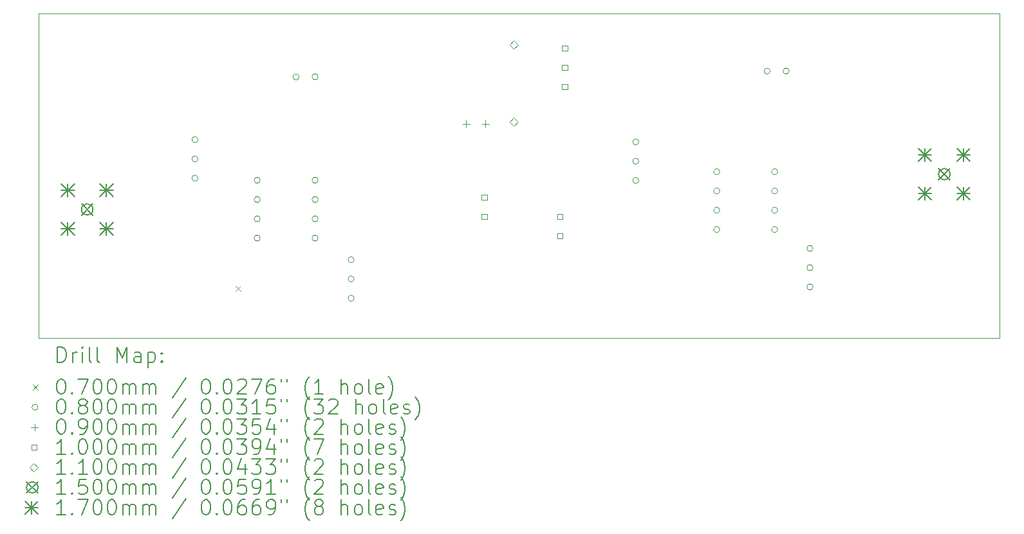
<source format=gbr>
%TF.GenerationSoftware,KiCad,Pcbnew,(6.0.7)*%
%TF.CreationDate,2023-01-05T20:45:30-05:00*%
%TF.ProjectId,Phoenix612_Stage_1_PA_Testing_v1,50686f65-6e69-4783-9631-325f53746167,rev?*%
%TF.SameCoordinates,Original*%
%TF.FileFunction,Drillmap*%
%TF.FilePolarity,Positive*%
%FSLAX45Y45*%
G04 Gerber Fmt 4.5, Leading zero omitted, Abs format (unit mm)*
G04 Created by KiCad (PCBNEW (6.0.7)) date 2023-01-05 20:45:30*
%MOMM*%
%LPD*%
G01*
G04 APERTURE LIST*
%ADD10C,0.100000*%
%ADD11C,0.200000*%
%ADD12C,0.070000*%
%ADD13C,0.080000*%
%ADD14C,0.090000*%
%ADD15C,0.110000*%
%ADD16C,0.150000*%
%ADD17C,0.170000*%
G04 APERTURE END LIST*
D10*
X1705610Y-6196330D02*
X14347190Y-6196330D01*
X14347190Y-6196330D02*
X14347190Y-1913890D01*
X14347190Y-1913890D02*
X1705610Y-1913890D01*
X1705610Y-1913890D02*
X1705610Y-6196330D01*
D11*
D12*
X4299510Y-5508550D02*
X4369510Y-5578550D01*
X4369510Y-5508550D02*
X4299510Y-5578550D01*
D13*
X3805550Y-3580130D02*
G75*
G03*
X3805550Y-3580130I-40000J0D01*
G01*
X3805550Y-3834130D02*
G75*
G03*
X3805550Y-3834130I-40000J0D01*
G01*
X3805550Y-4088130D02*
G75*
G03*
X3805550Y-4088130I-40000J0D01*
G01*
X4624430Y-4114530D02*
G75*
G03*
X4624430Y-4114530I-40000J0D01*
G01*
X4624430Y-4368530D02*
G75*
G03*
X4624430Y-4368530I-40000J0D01*
G01*
X4624430Y-4622530D02*
G75*
G03*
X4624430Y-4622530I-40000J0D01*
G01*
X4624430Y-4876530D02*
G75*
G03*
X4624430Y-4876530I-40000J0D01*
G01*
X5136395Y-2752090D02*
G75*
G03*
X5136395Y-2752090I-40000J0D01*
G01*
X5386395Y-2752090D02*
G75*
G03*
X5386395Y-2752090I-40000J0D01*
G01*
X5386430Y-4114530D02*
G75*
G03*
X5386430Y-4114530I-40000J0D01*
G01*
X5386430Y-4368530D02*
G75*
G03*
X5386430Y-4368530I-40000J0D01*
G01*
X5386430Y-4622530D02*
G75*
G03*
X5386430Y-4622530I-40000J0D01*
G01*
X5386430Y-4876530D02*
G75*
G03*
X5386430Y-4876530I-40000J0D01*
G01*
X5860410Y-5162550D02*
G75*
G03*
X5860410Y-5162550I-40000J0D01*
G01*
X5860410Y-5416550D02*
G75*
G03*
X5860410Y-5416550I-40000J0D01*
G01*
X5860410Y-5670550D02*
G75*
G03*
X5860410Y-5670550I-40000J0D01*
G01*
X9604370Y-3609070D02*
G75*
G03*
X9604370Y-3609070I-40000J0D01*
G01*
X9604370Y-3863070D02*
G75*
G03*
X9604370Y-3863070I-40000J0D01*
G01*
X9604370Y-4117070D02*
G75*
G03*
X9604370Y-4117070I-40000J0D01*
G01*
X10669630Y-4002770D02*
G75*
G03*
X10669630Y-4002770I-40000J0D01*
G01*
X10669630Y-4256770D02*
G75*
G03*
X10669630Y-4256770I-40000J0D01*
G01*
X10669630Y-4510770D02*
G75*
G03*
X10669630Y-4510770I-40000J0D01*
G01*
X10669630Y-4764770D02*
G75*
G03*
X10669630Y-4764770I-40000J0D01*
G01*
X11333145Y-2675890D02*
G75*
G03*
X11333145Y-2675890I-40000J0D01*
G01*
X11431630Y-4002770D02*
G75*
G03*
X11431630Y-4002770I-40000J0D01*
G01*
X11431630Y-4256770D02*
G75*
G03*
X11431630Y-4256770I-40000J0D01*
G01*
X11431630Y-4510770D02*
G75*
G03*
X11431630Y-4510770I-40000J0D01*
G01*
X11431630Y-4764770D02*
G75*
G03*
X11431630Y-4764770I-40000J0D01*
G01*
X11583145Y-2675890D02*
G75*
G03*
X11583145Y-2675890I-40000J0D01*
G01*
X11895450Y-5012690D02*
G75*
G03*
X11895450Y-5012690I-40000J0D01*
G01*
X11895450Y-5266690D02*
G75*
G03*
X11895450Y-5266690I-40000J0D01*
G01*
X11895450Y-5520690D02*
G75*
G03*
X11895450Y-5520690I-40000J0D01*
G01*
D14*
X7333750Y-3326850D02*
X7333750Y-3416850D01*
X7288750Y-3371850D02*
X7378750Y-3371850D01*
X7587750Y-3326850D02*
X7587750Y-3416850D01*
X7542750Y-3371850D02*
X7632750Y-3371850D01*
D10*
X7608366Y-4374446D02*
X7608366Y-4303734D01*
X7537654Y-4303734D01*
X7537654Y-4374446D01*
X7608366Y-4374446D01*
X7608366Y-4628446D02*
X7608366Y-4557734D01*
X7537654Y-4557734D01*
X7537654Y-4628446D01*
X7608366Y-4628446D01*
X8601506Y-4625906D02*
X8601506Y-4555194D01*
X8530794Y-4555194D01*
X8530794Y-4625906D01*
X8601506Y-4625906D01*
X8601506Y-4879906D02*
X8601506Y-4809194D01*
X8530794Y-4809194D01*
X8530794Y-4879906D01*
X8601506Y-4879906D01*
X8665006Y-2411526D02*
X8665006Y-2340814D01*
X8594294Y-2340814D01*
X8594294Y-2411526D01*
X8665006Y-2411526D01*
X8665006Y-2665526D02*
X8665006Y-2594814D01*
X8594294Y-2594814D01*
X8594294Y-2665526D01*
X8665006Y-2665526D01*
X8665006Y-2919526D02*
X8665006Y-2848814D01*
X8594294Y-2848814D01*
X8594294Y-2919526D01*
X8665006Y-2919526D01*
D15*
X7961630Y-2385450D02*
X8016630Y-2330450D01*
X7961630Y-2275450D01*
X7906630Y-2330450D01*
X7961630Y-2385450D01*
X7961630Y-3401450D02*
X8016630Y-3346450D01*
X7961630Y-3291450D01*
X7906630Y-3346450D01*
X7961630Y-3401450D01*
D16*
X2273230Y-4424610D02*
X2423230Y-4574610D01*
X2423230Y-4424610D02*
X2273230Y-4574610D01*
X2423230Y-4499610D02*
G75*
G03*
X2423230Y-4499610I-75000J0D01*
G01*
X13548290Y-3959790D02*
X13698290Y-4109790D01*
X13698290Y-3959790D02*
X13548290Y-4109790D01*
X13698290Y-4034790D02*
G75*
G03*
X13698290Y-4034790I-75000J0D01*
G01*
D17*
X2009230Y-4160610D02*
X2179230Y-4330610D01*
X2179230Y-4160610D02*
X2009230Y-4330610D01*
X2094230Y-4160610D02*
X2094230Y-4330610D01*
X2009230Y-4245610D02*
X2179230Y-4245610D01*
X2009230Y-4668610D02*
X2179230Y-4838610D01*
X2179230Y-4668610D02*
X2009230Y-4838610D01*
X2094230Y-4668610D02*
X2094230Y-4838610D01*
X2009230Y-4753610D02*
X2179230Y-4753610D01*
X2517230Y-4160610D02*
X2687230Y-4330610D01*
X2687230Y-4160610D02*
X2517230Y-4330610D01*
X2602230Y-4160610D02*
X2602230Y-4330610D01*
X2517230Y-4245610D02*
X2687230Y-4245610D01*
X2517230Y-4668610D02*
X2687230Y-4838610D01*
X2687230Y-4668610D02*
X2517230Y-4838610D01*
X2602230Y-4668610D02*
X2602230Y-4838610D01*
X2517230Y-4753610D02*
X2687230Y-4753610D01*
X13284290Y-3695790D02*
X13454290Y-3865790D01*
X13454290Y-3695790D02*
X13284290Y-3865790D01*
X13369290Y-3695790D02*
X13369290Y-3865790D01*
X13284290Y-3780790D02*
X13454290Y-3780790D01*
X13284290Y-4203790D02*
X13454290Y-4373790D01*
X13454290Y-4203790D02*
X13284290Y-4373790D01*
X13369290Y-4203790D02*
X13369290Y-4373790D01*
X13284290Y-4288790D02*
X13454290Y-4288790D01*
X13792290Y-3695790D02*
X13962290Y-3865790D01*
X13962290Y-3695790D02*
X13792290Y-3865790D01*
X13877290Y-3695790D02*
X13877290Y-3865790D01*
X13792290Y-3780790D02*
X13962290Y-3780790D01*
X13792290Y-4203790D02*
X13962290Y-4373790D01*
X13962290Y-4203790D02*
X13792290Y-4373790D01*
X13877290Y-4203790D02*
X13877290Y-4373790D01*
X13792290Y-4288790D02*
X13962290Y-4288790D01*
D11*
X1958229Y-6511806D02*
X1958229Y-6311806D01*
X2005848Y-6311806D01*
X2034419Y-6321330D01*
X2053467Y-6340378D01*
X2062991Y-6359425D01*
X2072515Y-6397520D01*
X2072515Y-6426092D01*
X2062991Y-6464187D01*
X2053467Y-6483235D01*
X2034419Y-6502282D01*
X2005848Y-6511806D01*
X1958229Y-6511806D01*
X2158229Y-6511806D02*
X2158229Y-6378473D01*
X2158229Y-6416568D02*
X2167753Y-6397520D01*
X2177277Y-6387997D01*
X2196324Y-6378473D01*
X2215372Y-6378473D01*
X2282039Y-6511806D02*
X2282039Y-6378473D01*
X2282039Y-6311806D02*
X2272515Y-6321330D01*
X2282039Y-6330854D01*
X2291562Y-6321330D01*
X2282039Y-6311806D01*
X2282039Y-6330854D01*
X2405848Y-6511806D02*
X2386800Y-6502282D01*
X2377277Y-6483235D01*
X2377277Y-6311806D01*
X2510610Y-6511806D02*
X2491562Y-6502282D01*
X2482039Y-6483235D01*
X2482039Y-6311806D01*
X2739181Y-6511806D02*
X2739181Y-6311806D01*
X2805848Y-6454663D01*
X2872515Y-6311806D01*
X2872515Y-6511806D01*
X3053467Y-6511806D02*
X3053467Y-6407044D01*
X3043943Y-6387997D01*
X3024896Y-6378473D01*
X2986800Y-6378473D01*
X2967753Y-6387997D01*
X3053467Y-6502282D02*
X3034419Y-6511806D01*
X2986800Y-6511806D01*
X2967753Y-6502282D01*
X2958229Y-6483235D01*
X2958229Y-6464187D01*
X2967753Y-6445139D01*
X2986800Y-6435616D01*
X3034419Y-6435616D01*
X3053467Y-6426092D01*
X3148705Y-6378473D02*
X3148705Y-6578473D01*
X3148705Y-6387997D02*
X3167753Y-6378473D01*
X3205848Y-6378473D01*
X3224896Y-6387997D01*
X3234419Y-6397520D01*
X3243943Y-6416568D01*
X3243943Y-6473711D01*
X3234419Y-6492758D01*
X3224896Y-6502282D01*
X3205848Y-6511806D01*
X3167753Y-6511806D01*
X3148705Y-6502282D01*
X3329658Y-6492758D02*
X3339181Y-6502282D01*
X3329658Y-6511806D01*
X3320134Y-6502282D01*
X3329658Y-6492758D01*
X3329658Y-6511806D01*
X3329658Y-6387997D02*
X3339181Y-6397520D01*
X3329658Y-6407044D01*
X3320134Y-6397520D01*
X3329658Y-6387997D01*
X3329658Y-6407044D01*
D12*
X1630610Y-6806330D02*
X1700610Y-6876330D01*
X1700610Y-6806330D02*
X1630610Y-6876330D01*
D11*
X1996324Y-6731806D02*
X2015372Y-6731806D01*
X2034419Y-6741330D01*
X2043943Y-6750854D01*
X2053467Y-6769901D01*
X2062991Y-6807997D01*
X2062991Y-6855616D01*
X2053467Y-6893711D01*
X2043943Y-6912758D01*
X2034419Y-6922282D01*
X2015372Y-6931806D01*
X1996324Y-6931806D01*
X1977277Y-6922282D01*
X1967753Y-6912758D01*
X1958229Y-6893711D01*
X1948705Y-6855616D01*
X1948705Y-6807997D01*
X1958229Y-6769901D01*
X1967753Y-6750854D01*
X1977277Y-6741330D01*
X1996324Y-6731806D01*
X2148705Y-6912758D02*
X2158229Y-6922282D01*
X2148705Y-6931806D01*
X2139181Y-6922282D01*
X2148705Y-6912758D01*
X2148705Y-6931806D01*
X2224896Y-6731806D02*
X2358229Y-6731806D01*
X2272515Y-6931806D01*
X2472515Y-6731806D02*
X2491562Y-6731806D01*
X2510610Y-6741330D01*
X2520134Y-6750854D01*
X2529658Y-6769901D01*
X2539181Y-6807997D01*
X2539181Y-6855616D01*
X2529658Y-6893711D01*
X2520134Y-6912758D01*
X2510610Y-6922282D01*
X2491562Y-6931806D01*
X2472515Y-6931806D01*
X2453467Y-6922282D01*
X2443943Y-6912758D01*
X2434420Y-6893711D01*
X2424896Y-6855616D01*
X2424896Y-6807997D01*
X2434420Y-6769901D01*
X2443943Y-6750854D01*
X2453467Y-6741330D01*
X2472515Y-6731806D01*
X2662991Y-6731806D02*
X2682039Y-6731806D01*
X2701086Y-6741330D01*
X2710610Y-6750854D01*
X2720134Y-6769901D01*
X2729658Y-6807997D01*
X2729658Y-6855616D01*
X2720134Y-6893711D01*
X2710610Y-6912758D01*
X2701086Y-6922282D01*
X2682039Y-6931806D01*
X2662991Y-6931806D01*
X2643943Y-6922282D01*
X2634420Y-6912758D01*
X2624896Y-6893711D01*
X2615372Y-6855616D01*
X2615372Y-6807997D01*
X2624896Y-6769901D01*
X2634420Y-6750854D01*
X2643943Y-6741330D01*
X2662991Y-6731806D01*
X2815372Y-6931806D02*
X2815372Y-6798473D01*
X2815372Y-6817520D02*
X2824896Y-6807997D01*
X2843943Y-6798473D01*
X2872515Y-6798473D01*
X2891562Y-6807997D01*
X2901086Y-6827044D01*
X2901086Y-6931806D01*
X2901086Y-6827044D02*
X2910610Y-6807997D01*
X2929658Y-6798473D01*
X2958229Y-6798473D01*
X2977277Y-6807997D01*
X2986800Y-6827044D01*
X2986800Y-6931806D01*
X3082038Y-6931806D02*
X3082038Y-6798473D01*
X3082038Y-6817520D02*
X3091562Y-6807997D01*
X3110610Y-6798473D01*
X3139181Y-6798473D01*
X3158229Y-6807997D01*
X3167753Y-6827044D01*
X3167753Y-6931806D01*
X3167753Y-6827044D02*
X3177277Y-6807997D01*
X3196324Y-6798473D01*
X3224896Y-6798473D01*
X3243943Y-6807997D01*
X3253467Y-6827044D01*
X3253467Y-6931806D01*
X3643943Y-6722282D02*
X3472515Y-6979425D01*
X3901086Y-6731806D02*
X3920134Y-6731806D01*
X3939181Y-6741330D01*
X3948705Y-6750854D01*
X3958229Y-6769901D01*
X3967753Y-6807997D01*
X3967753Y-6855616D01*
X3958229Y-6893711D01*
X3948705Y-6912758D01*
X3939181Y-6922282D01*
X3920134Y-6931806D01*
X3901086Y-6931806D01*
X3882038Y-6922282D01*
X3872515Y-6912758D01*
X3862991Y-6893711D01*
X3853467Y-6855616D01*
X3853467Y-6807997D01*
X3862991Y-6769901D01*
X3872515Y-6750854D01*
X3882038Y-6741330D01*
X3901086Y-6731806D01*
X4053467Y-6912758D02*
X4062991Y-6922282D01*
X4053467Y-6931806D01*
X4043943Y-6922282D01*
X4053467Y-6912758D01*
X4053467Y-6931806D01*
X4186800Y-6731806D02*
X4205848Y-6731806D01*
X4224896Y-6741330D01*
X4234420Y-6750854D01*
X4243943Y-6769901D01*
X4253467Y-6807997D01*
X4253467Y-6855616D01*
X4243943Y-6893711D01*
X4234420Y-6912758D01*
X4224896Y-6922282D01*
X4205848Y-6931806D01*
X4186800Y-6931806D01*
X4167753Y-6922282D01*
X4158229Y-6912758D01*
X4148705Y-6893711D01*
X4139181Y-6855616D01*
X4139181Y-6807997D01*
X4148705Y-6769901D01*
X4158229Y-6750854D01*
X4167753Y-6741330D01*
X4186800Y-6731806D01*
X4329658Y-6750854D02*
X4339181Y-6741330D01*
X4358229Y-6731806D01*
X4405848Y-6731806D01*
X4424896Y-6741330D01*
X4434420Y-6750854D01*
X4443943Y-6769901D01*
X4443943Y-6788949D01*
X4434420Y-6817520D01*
X4320134Y-6931806D01*
X4443943Y-6931806D01*
X4510610Y-6731806D02*
X4643943Y-6731806D01*
X4558229Y-6931806D01*
X4805848Y-6731806D02*
X4767753Y-6731806D01*
X4748705Y-6741330D01*
X4739181Y-6750854D01*
X4720134Y-6779425D01*
X4710610Y-6817520D01*
X4710610Y-6893711D01*
X4720134Y-6912758D01*
X4729658Y-6922282D01*
X4748705Y-6931806D01*
X4786800Y-6931806D01*
X4805848Y-6922282D01*
X4815372Y-6912758D01*
X4824896Y-6893711D01*
X4824896Y-6846092D01*
X4815372Y-6827044D01*
X4805848Y-6817520D01*
X4786800Y-6807997D01*
X4748705Y-6807997D01*
X4729658Y-6817520D01*
X4720134Y-6827044D01*
X4710610Y-6846092D01*
X4901086Y-6731806D02*
X4901086Y-6769901D01*
X4977277Y-6731806D02*
X4977277Y-6769901D01*
X5272515Y-7007997D02*
X5262991Y-6998473D01*
X5243943Y-6969901D01*
X5234420Y-6950854D01*
X5224896Y-6922282D01*
X5215372Y-6874663D01*
X5215372Y-6836568D01*
X5224896Y-6788949D01*
X5234420Y-6760378D01*
X5243943Y-6741330D01*
X5262991Y-6712758D01*
X5272515Y-6703235D01*
X5453467Y-6931806D02*
X5339181Y-6931806D01*
X5396324Y-6931806D02*
X5396324Y-6731806D01*
X5377277Y-6760378D01*
X5358229Y-6779425D01*
X5339181Y-6788949D01*
X5691562Y-6931806D02*
X5691562Y-6731806D01*
X5777277Y-6931806D02*
X5777277Y-6827044D01*
X5767753Y-6807997D01*
X5748705Y-6798473D01*
X5720134Y-6798473D01*
X5701086Y-6807997D01*
X5691562Y-6817520D01*
X5901086Y-6931806D02*
X5882038Y-6922282D01*
X5872515Y-6912758D01*
X5862991Y-6893711D01*
X5862991Y-6836568D01*
X5872515Y-6817520D01*
X5882038Y-6807997D01*
X5901086Y-6798473D01*
X5929658Y-6798473D01*
X5948705Y-6807997D01*
X5958229Y-6817520D01*
X5967753Y-6836568D01*
X5967753Y-6893711D01*
X5958229Y-6912758D01*
X5948705Y-6922282D01*
X5929658Y-6931806D01*
X5901086Y-6931806D01*
X6082038Y-6931806D02*
X6062991Y-6922282D01*
X6053467Y-6903235D01*
X6053467Y-6731806D01*
X6234419Y-6922282D02*
X6215372Y-6931806D01*
X6177277Y-6931806D01*
X6158229Y-6922282D01*
X6148705Y-6903235D01*
X6148705Y-6827044D01*
X6158229Y-6807997D01*
X6177277Y-6798473D01*
X6215372Y-6798473D01*
X6234419Y-6807997D01*
X6243943Y-6827044D01*
X6243943Y-6846092D01*
X6148705Y-6865139D01*
X6310610Y-7007997D02*
X6320134Y-6998473D01*
X6339181Y-6969901D01*
X6348705Y-6950854D01*
X6358229Y-6922282D01*
X6367753Y-6874663D01*
X6367753Y-6836568D01*
X6358229Y-6788949D01*
X6348705Y-6760378D01*
X6339181Y-6741330D01*
X6320134Y-6712758D01*
X6310610Y-6703235D01*
D13*
X1700610Y-7105330D02*
G75*
G03*
X1700610Y-7105330I-40000J0D01*
G01*
D11*
X1996324Y-6995806D02*
X2015372Y-6995806D01*
X2034419Y-7005330D01*
X2043943Y-7014854D01*
X2053467Y-7033901D01*
X2062991Y-7071997D01*
X2062991Y-7119616D01*
X2053467Y-7157711D01*
X2043943Y-7176758D01*
X2034419Y-7186282D01*
X2015372Y-7195806D01*
X1996324Y-7195806D01*
X1977277Y-7186282D01*
X1967753Y-7176758D01*
X1958229Y-7157711D01*
X1948705Y-7119616D01*
X1948705Y-7071997D01*
X1958229Y-7033901D01*
X1967753Y-7014854D01*
X1977277Y-7005330D01*
X1996324Y-6995806D01*
X2148705Y-7176758D02*
X2158229Y-7186282D01*
X2148705Y-7195806D01*
X2139181Y-7186282D01*
X2148705Y-7176758D01*
X2148705Y-7195806D01*
X2272515Y-7081520D02*
X2253467Y-7071997D01*
X2243943Y-7062473D01*
X2234420Y-7043425D01*
X2234420Y-7033901D01*
X2243943Y-7014854D01*
X2253467Y-7005330D01*
X2272515Y-6995806D01*
X2310610Y-6995806D01*
X2329658Y-7005330D01*
X2339181Y-7014854D01*
X2348705Y-7033901D01*
X2348705Y-7043425D01*
X2339181Y-7062473D01*
X2329658Y-7071997D01*
X2310610Y-7081520D01*
X2272515Y-7081520D01*
X2253467Y-7091044D01*
X2243943Y-7100568D01*
X2234420Y-7119616D01*
X2234420Y-7157711D01*
X2243943Y-7176758D01*
X2253467Y-7186282D01*
X2272515Y-7195806D01*
X2310610Y-7195806D01*
X2329658Y-7186282D01*
X2339181Y-7176758D01*
X2348705Y-7157711D01*
X2348705Y-7119616D01*
X2339181Y-7100568D01*
X2329658Y-7091044D01*
X2310610Y-7081520D01*
X2472515Y-6995806D02*
X2491562Y-6995806D01*
X2510610Y-7005330D01*
X2520134Y-7014854D01*
X2529658Y-7033901D01*
X2539181Y-7071997D01*
X2539181Y-7119616D01*
X2529658Y-7157711D01*
X2520134Y-7176758D01*
X2510610Y-7186282D01*
X2491562Y-7195806D01*
X2472515Y-7195806D01*
X2453467Y-7186282D01*
X2443943Y-7176758D01*
X2434420Y-7157711D01*
X2424896Y-7119616D01*
X2424896Y-7071997D01*
X2434420Y-7033901D01*
X2443943Y-7014854D01*
X2453467Y-7005330D01*
X2472515Y-6995806D01*
X2662991Y-6995806D02*
X2682039Y-6995806D01*
X2701086Y-7005330D01*
X2710610Y-7014854D01*
X2720134Y-7033901D01*
X2729658Y-7071997D01*
X2729658Y-7119616D01*
X2720134Y-7157711D01*
X2710610Y-7176758D01*
X2701086Y-7186282D01*
X2682039Y-7195806D01*
X2662991Y-7195806D01*
X2643943Y-7186282D01*
X2634420Y-7176758D01*
X2624896Y-7157711D01*
X2615372Y-7119616D01*
X2615372Y-7071997D01*
X2624896Y-7033901D01*
X2634420Y-7014854D01*
X2643943Y-7005330D01*
X2662991Y-6995806D01*
X2815372Y-7195806D02*
X2815372Y-7062473D01*
X2815372Y-7081520D02*
X2824896Y-7071997D01*
X2843943Y-7062473D01*
X2872515Y-7062473D01*
X2891562Y-7071997D01*
X2901086Y-7091044D01*
X2901086Y-7195806D01*
X2901086Y-7091044D02*
X2910610Y-7071997D01*
X2929658Y-7062473D01*
X2958229Y-7062473D01*
X2977277Y-7071997D01*
X2986800Y-7091044D01*
X2986800Y-7195806D01*
X3082038Y-7195806D02*
X3082038Y-7062473D01*
X3082038Y-7081520D02*
X3091562Y-7071997D01*
X3110610Y-7062473D01*
X3139181Y-7062473D01*
X3158229Y-7071997D01*
X3167753Y-7091044D01*
X3167753Y-7195806D01*
X3167753Y-7091044D02*
X3177277Y-7071997D01*
X3196324Y-7062473D01*
X3224896Y-7062473D01*
X3243943Y-7071997D01*
X3253467Y-7091044D01*
X3253467Y-7195806D01*
X3643943Y-6986282D02*
X3472515Y-7243425D01*
X3901086Y-6995806D02*
X3920134Y-6995806D01*
X3939181Y-7005330D01*
X3948705Y-7014854D01*
X3958229Y-7033901D01*
X3967753Y-7071997D01*
X3967753Y-7119616D01*
X3958229Y-7157711D01*
X3948705Y-7176758D01*
X3939181Y-7186282D01*
X3920134Y-7195806D01*
X3901086Y-7195806D01*
X3882038Y-7186282D01*
X3872515Y-7176758D01*
X3862991Y-7157711D01*
X3853467Y-7119616D01*
X3853467Y-7071997D01*
X3862991Y-7033901D01*
X3872515Y-7014854D01*
X3882038Y-7005330D01*
X3901086Y-6995806D01*
X4053467Y-7176758D02*
X4062991Y-7186282D01*
X4053467Y-7195806D01*
X4043943Y-7186282D01*
X4053467Y-7176758D01*
X4053467Y-7195806D01*
X4186800Y-6995806D02*
X4205848Y-6995806D01*
X4224896Y-7005330D01*
X4234420Y-7014854D01*
X4243943Y-7033901D01*
X4253467Y-7071997D01*
X4253467Y-7119616D01*
X4243943Y-7157711D01*
X4234420Y-7176758D01*
X4224896Y-7186282D01*
X4205848Y-7195806D01*
X4186800Y-7195806D01*
X4167753Y-7186282D01*
X4158229Y-7176758D01*
X4148705Y-7157711D01*
X4139181Y-7119616D01*
X4139181Y-7071997D01*
X4148705Y-7033901D01*
X4158229Y-7014854D01*
X4167753Y-7005330D01*
X4186800Y-6995806D01*
X4320134Y-6995806D02*
X4443943Y-6995806D01*
X4377277Y-7071997D01*
X4405848Y-7071997D01*
X4424896Y-7081520D01*
X4434420Y-7091044D01*
X4443943Y-7110092D01*
X4443943Y-7157711D01*
X4434420Y-7176758D01*
X4424896Y-7186282D01*
X4405848Y-7195806D01*
X4348705Y-7195806D01*
X4329658Y-7186282D01*
X4320134Y-7176758D01*
X4634420Y-7195806D02*
X4520134Y-7195806D01*
X4577277Y-7195806D02*
X4577277Y-6995806D01*
X4558229Y-7024378D01*
X4539181Y-7043425D01*
X4520134Y-7052949D01*
X4815372Y-6995806D02*
X4720134Y-6995806D01*
X4710610Y-7091044D01*
X4720134Y-7081520D01*
X4739181Y-7071997D01*
X4786800Y-7071997D01*
X4805848Y-7081520D01*
X4815372Y-7091044D01*
X4824896Y-7110092D01*
X4824896Y-7157711D01*
X4815372Y-7176758D01*
X4805848Y-7186282D01*
X4786800Y-7195806D01*
X4739181Y-7195806D01*
X4720134Y-7186282D01*
X4710610Y-7176758D01*
X4901086Y-6995806D02*
X4901086Y-7033901D01*
X4977277Y-6995806D02*
X4977277Y-7033901D01*
X5272515Y-7271997D02*
X5262991Y-7262473D01*
X5243943Y-7233901D01*
X5234420Y-7214854D01*
X5224896Y-7186282D01*
X5215372Y-7138663D01*
X5215372Y-7100568D01*
X5224896Y-7052949D01*
X5234420Y-7024378D01*
X5243943Y-7005330D01*
X5262991Y-6976758D01*
X5272515Y-6967235D01*
X5329658Y-6995806D02*
X5453467Y-6995806D01*
X5386800Y-7071997D01*
X5415372Y-7071997D01*
X5434420Y-7081520D01*
X5443943Y-7091044D01*
X5453467Y-7110092D01*
X5453467Y-7157711D01*
X5443943Y-7176758D01*
X5434420Y-7186282D01*
X5415372Y-7195806D01*
X5358229Y-7195806D01*
X5339181Y-7186282D01*
X5329658Y-7176758D01*
X5529658Y-7014854D02*
X5539181Y-7005330D01*
X5558229Y-6995806D01*
X5605848Y-6995806D01*
X5624896Y-7005330D01*
X5634419Y-7014854D01*
X5643943Y-7033901D01*
X5643943Y-7052949D01*
X5634419Y-7081520D01*
X5520134Y-7195806D01*
X5643943Y-7195806D01*
X5882038Y-7195806D02*
X5882038Y-6995806D01*
X5967753Y-7195806D02*
X5967753Y-7091044D01*
X5958229Y-7071997D01*
X5939181Y-7062473D01*
X5910610Y-7062473D01*
X5891562Y-7071997D01*
X5882038Y-7081520D01*
X6091562Y-7195806D02*
X6072515Y-7186282D01*
X6062991Y-7176758D01*
X6053467Y-7157711D01*
X6053467Y-7100568D01*
X6062991Y-7081520D01*
X6072515Y-7071997D01*
X6091562Y-7062473D01*
X6120134Y-7062473D01*
X6139181Y-7071997D01*
X6148705Y-7081520D01*
X6158229Y-7100568D01*
X6158229Y-7157711D01*
X6148705Y-7176758D01*
X6139181Y-7186282D01*
X6120134Y-7195806D01*
X6091562Y-7195806D01*
X6272515Y-7195806D02*
X6253467Y-7186282D01*
X6243943Y-7167235D01*
X6243943Y-6995806D01*
X6424896Y-7186282D02*
X6405848Y-7195806D01*
X6367753Y-7195806D01*
X6348705Y-7186282D01*
X6339181Y-7167235D01*
X6339181Y-7091044D01*
X6348705Y-7071997D01*
X6367753Y-7062473D01*
X6405848Y-7062473D01*
X6424896Y-7071997D01*
X6434419Y-7091044D01*
X6434419Y-7110092D01*
X6339181Y-7129139D01*
X6510610Y-7186282D02*
X6529658Y-7195806D01*
X6567753Y-7195806D01*
X6586800Y-7186282D01*
X6596324Y-7167235D01*
X6596324Y-7157711D01*
X6586800Y-7138663D01*
X6567753Y-7129139D01*
X6539181Y-7129139D01*
X6520134Y-7119616D01*
X6510610Y-7100568D01*
X6510610Y-7091044D01*
X6520134Y-7071997D01*
X6539181Y-7062473D01*
X6567753Y-7062473D01*
X6586800Y-7071997D01*
X6662991Y-7271997D02*
X6672515Y-7262473D01*
X6691562Y-7233901D01*
X6701086Y-7214854D01*
X6710610Y-7186282D01*
X6720134Y-7138663D01*
X6720134Y-7100568D01*
X6710610Y-7052949D01*
X6701086Y-7024378D01*
X6691562Y-7005330D01*
X6672515Y-6976758D01*
X6662991Y-6967235D01*
D14*
X1655610Y-7324330D02*
X1655610Y-7414330D01*
X1610610Y-7369330D02*
X1700610Y-7369330D01*
D11*
X1996324Y-7259806D02*
X2015372Y-7259806D01*
X2034419Y-7269330D01*
X2043943Y-7278854D01*
X2053467Y-7297901D01*
X2062991Y-7335997D01*
X2062991Y-7383616D01*
X2053467Y-7421711D01*
X2043943Y-7440758D01*
X2034419Y-7450282D01*
X2015372Y-7459806D01*
X1996324Y-7459806D01*
X1977277Y-7450282D01*
X1967753Y-7440758D01*
X1958229Y-7421711D01*
X1948705Y-7383616D01*
X1948705Y-7335997D01*
X1958229Y-7297901D01*
X1967753Y-7278854D01*
X1977277Y-7269330D01*
X1996324Y-7259806D01*
X2148705Y-7440758D02*
X2158229Y-7450282D01*
X2148705Y-7459806D01*
X2139181Y-7450282D01*
X2148705Y-7440758D01*
X2148705Y-7459806D01*
X2253467Y-7459806D02*
X2291562Y-7459806D01*
X2310610Y-7450282D01*
X2320134Y-7440758D01*
X2339181Y-7412187D01*
X2348705Y-7374092D01*
X2348705Y-7297901D01*
X2339181Y-7278854D01*
X2329658Y-7269330D01*
X2310610Y-7259806D01*
X2272515Y-7259806D01*
X2253467Y-7269330D01*
X2243943Y-7278854D01*
X2234420Y-7297901D01*
X2234420Y-7345520D01*
X2243943Y-7364568D01*
X2253467Y-7374092D01*
X2272515Y-7383616D01*
X2310610Y-7383616D01*
X2329658Y-7374092D01*
X2339181Y-7364568D01*
X2348705Y-7345520D01*
X2472515Y-7259806D02*
X2491562Y-7259806D01*
X2510610Y-7269330D01*
X2520134Y-7278854D01*
X2529658Y-7297901D01*
X2539181Y-7335997D01*
X2539181Y-7383616D01*
X2529658Y-7421711D01*
X2520134Y-7440758D01*
X2510610Y-7450282D01*
X2491562Y-7459806D01*
X2472515Y-7459806D01*
X2453467Y-7450282D01*
X2443943Y-7440758D01*
X2434420Y-7421711D01*
X2424896Y-7383616D01*
X2424896Y-7335997D01*
X2434420Y-7297901D01*
X2443943Y-7278854D01*
X2453467Y-7269330D01*
X2472515Y-7259806D01*
X2662991Y-7259806D02*
X2682039Y-7259806D01*
X2701086Y-7269330D01*
X2710610Y-7278854D01*
X2720134Y-7297901D01*
X2729658Y-7335997D01*
X2729658Y-7383616D01*
X2720134Y-7421711D01*
X2710610Y-7440758D01*
X2701086Y-7450282D01*
X2682039Y-7459806D01*
X2662991Y-7459806D01*
X2643943Y-7450282D01*
X2634420Y-7440758D01*
X2624896Y-7421711D01*
X2615372Y-7383616D01*
X2615372Y-7335997D01*
X2624896Y-7297901D01*
X2634420Y-7278854D01*
X2643943Y-7269330D01*
X2662991Y-7259806D01*
X2815372Y-7459806D02*
X2815372Y-7326473D01*
X2815372Y-7345520D02*
X2824896Y-7335997D01*
X2843943Y-7326473D01*
X2872515Y-7326473D01*
X2891562Y-7335997D01*
X2901086Y-7355044D01*
X2901086Y-7459806D01*
X2901086Y-7355044D02*
X2910610Y-7335997D01*
X2929658Y-7326473D01*
X2958229Y-7326473D01*
X2977277Y-7335997D01*
X2986800Y-7355044D01*
X2986800Y-7459806D01*
X3082038Y-7459806D02*
X3082038Y-7326473D01*
X3082038Y-7345520D02*
X3091562Y-7335997D01*
X3110610Y-7326473D01*
X3139181Y-7326473D01*
X3158229Y-7335997D01*
X3167753Y-7355044D01*
X3167753Y-7459806D01*
X3167753Y-7355044D02*
X3177277Y-7335997D01*
X3196324Y-7326473D01*
X3224896Y-7326473D01*
X3243943Y-7335997D01*
X3253467Y-7355044D01*
X3253467Y-7459806D01*
X3643943Y-7250282D02*
X3472515Y-7507425D01*
X3901086Y-7259806D02*
X3920134Y-7259806D01*
X3939181Y-7269330D01*
X3948705Y-7278854D01*
X3958229Y-7297901D01*
X3967753Y-7335997D01*
X3967753Y-7383616D01*
X3958229Y-7421711D01*
X3948705Y-7440758D01*
X3939181Y-7450282D01*
X3920134Y-7459806D01*
X3901086Y-7459806D01*
X3882038Y-7450282D01*
X3872515Y-7440758D01*
X3862991Y-7421711D01*
X3853467Y-7383616D01*
X3853467Y-7335997D01*
X3862991Y-7297901D01*
X3872515Y-7278854D01*
X3882038Y-7269330D01*
X3901086Y-7259806D01*
X4053467Y-7440758D02*
X4062991Y-7450282D01*
X4053467Y-7459806D01*
X4043943Y-7450282D01*
X4053467Y-7440758D01*
X4053467Y-7459806D01*
X4186800Y-7259806D02*
X4205848Y-7259806D01*
X4224896Y-7269330D01*
X4234420Y-7278854D01*
X4243943Y-7297901D01*
X4253467Y-7335997D01*
X4253467Y-7383616D01*
X4243943Y-7421711D01*
X4234420Y-7440758D01*
X4224896Y-7450282D01*
X4205848Y-7459806D01*
X4186800Y-7459806D01*
X4167753Y-7450282D01*
X4158229Y-7440758D01*
X4148705Y-7421711D01*
X4139181Y-7383616D01*
X4139181Y-7335997D01*
X4148705Y-7297901D01*
X4158229Y-7278854D01*
X4167753Y-7269330D01*
X4186800Y-7259806D01*
X4320134Y-7259806D02*
X4443943Y-7259806D01*
X4377277Y-7335997D01*
X4405848Y-7335997D01*
X4424896Y-7345520D01*
X4434420Y-7355044D01*
X4443943Y-7374092D01*
X4443943Y-7421711D01*
X4434420Y-7440758D01*
X4424896Y-7450282D01*
X4405848Y-7459806D01*
X4348705Y-7459806D01*
X4329658Y-7450282D01*
X4320134Y-7440758D01*
X4624896Y-7259806D02*
X4529658Y-7259806D01*
X4520134Y-7355044D01*
X4529658Y-7345520D01*
X4548705Y-7335997D01*
X4596324Y-7335997D01*
X4615372Y-7345520D01*
X4624896Y-7355044D01*
X4634420Y-7374092D01*
X4634420Y-7421711D01*
X4624896Y-7440758D01*
X4615372Y-7450282D01*
X4596324Y-7459806D01*
X4548705Y-7459806D01*
X4529658Y-7450282D01*
X4520134Y-7440758D01*
X4805848Y-7326473D02*
X4805848Y-7459806D01*
X4758229Y-7250282D02*
X4710610Y-7393139D01*
X4834420Y-7393139D01*
X4901086Y-7259806D02*
X4901086Y-7297901D01*
X4977277Y-7259806D02*
X4977277Y-7297901D01*
X5272515Y-7535997D02*
X5262991Y-7526473D01*
X5243943Y-7497901D01*
X5234420Y-7478854D01*
X5224896Y-7450282D01*
X5215372Y-7402663D01*
X5215372Y-7364568D01*
X5224896Y-7316949D01*
X5234420Y-7288378D01*
X5243943Y-7269330D01*
X5262991Y-7240758D01*
X5272515Y-7231235D01*
X5339181Y-7278854D02*
X5348705Y-7269330D01*
X5367753Y-7259806D01*
X5415372Y-7259806D01*
X5434420Y-7269330D01*
X5443943Y-7278854D01*
X5453467Y-7297901D01*
X5453467Y-7316949D01*
X5443943Y-7345520D01*
X5329658Y-7459806D01*
X5453467Y-7459806D01*
X5691562Y-7459806D02*
X5691562Y-7259806D01*
X5777277Y-7459806D02*
X5777277Y-7355044D01*
X5767753Y-7335997D01*
X5748705Y-7326473D01*
X5720134Y-7326473D01*
X5701086Y-7335997D01*
X5691562Y-7345520D01*
X5901086Y-7459806D02*
X5882038Y-7450282D01*
X5872515Y-7440758D01*
X5862991Y-7421711D01*
X5862991Y-7364568D01*
X5872515Y-7345520D01*
X5882038Y-7335997D01*
X5901086Y-7326473D01*
X5929658Y-7326473D01*
X5948705Y-7335997D01*
X5958229Y-7345520D01*
X5967753Y-7364568D01*
X5967753Y-7421711D01*
X5958229Y-7440758D01*
X5948705Y-7450282D01*
X5929658Y-7459806D01*
X5901086Y-7459806D01*
X6082038Y-7459806D02*
X6062991Y-7450282D01*
X6053467Y-7431235D01*
X6053467Y-7259806D01*
X6234419Y-7450282D02*
X6215372Y-7459806D01*
X6177277Y-7459806D01*
X6158229Y-7450282D01*
X6148705Y-7431235D01*
X6148705Y-7355044D01*
X6158229Y-7335997D01*
X6177277Y-7326473D01*
X6215372Y-7326473D01*
X6234419Y-7335997D01*
X6243943Y-7355044D01*
X6243943Y-7374092D01*
X6148705Y-7393139D01*
X6320134Y-7450282D02*
X6339181Y-7459806D01*
X6377277Y-7459806D01*
X6396324Y-7450282D01*
X6405848Y-7431235D01*
X6405848Y-7421711D01*
X6396324Y-7402663D01*
X6377277Y-7393139D01*
X6348705Y-7393139D01*
X6329658Y-7383616D01*
X6320134Y-7364568D01*
X6320134Y-7355044D01*
X6329658Y-7335997D01*
X6348705Y-7326473D01*
X6377277Y-7326473D01*
X6396324Y-7335997D01*
X6472515Y-7535997D02*
X6482038Y-7526473D01*
X6501086Y-7497901D01*
X6510610Y-7478854D01*
X6520134Y-7450282D01*
X6529658Y-7402663D01*
X6529658Y-7364568D01*
X6520134Y-7316949D01*
X6510610Y-7288378D01*
X6501086Y-7269330D01*
X6482038Y-7240758D01*
X6472515Y-7231235D01*
D10*
X1685966Y-7668686D02*
X1685966Y-7597974D01*
X1615254Y-7597974D01*
X1615254Y-7668686D01*
X1685966Y-7668686D01*
D11*
X2062991Y-7723806D02*
X1948705Y-7723806D01*
X2005848Y-7723806D02*
X2005848Y-7523806D01*
X1986800Y-7552378D01*
X1967753Y-7571425D01*
X1948705Y-7580949D01*
X2148705Y-7704758D02*
X2158229Y-7714282D01*
X2148705Y-7723806D01*
X2139181Y-7714282D01*
X2148705Y-7704758D01*
X2148705Y-7723806D01*
X2282039Y-7523806D02*
X2301086Y-7523806D01*
X2320134Y-7533330D01*
X2329658Y-7542854D01*
X2339181Y-7561901D01*
X2348705Y-7599997D01*
X2348705Y-7647616D01*
X2339181Y-7685711D01*
X2329658Y-7704758D01*
X2320134Y-7714282D01*
X2301086Y-7723806D01*
X2282039Y-7723806D01*
X2262991Y-7714282D01*
X2253467Y-7704758D01*
X2243943Y-7685711D01*
X2234420Y-7647616D01*
X2234420Y-7599997D01*
X2243943Y-7561901D01*
X2253467Y-7542854D01*
X2262991Y-7533330D01*
X2282039Y-7523806D01*
X2472515Y-7523806D02*
X2491562Y-7523806D01*
X2510610Y-7533330D01*
X2520134Y-7542854D01*
X2529658Y-7561901D01*
X2539181Y-7599997D01*
X2539181Y-7647616D01*
X2529658Y-7685711D01*
X2520134Y-7704758D01*
X2510610Y-7714282D01*
X2491562Y-7723806D01*
X2472515Y-7723806D01*
X2453467Y-7714282D01*
X2443943Y-7704758D01*
X2434420Y-7685711D01*
X2424896Y-7647616D01*
X2424896Y-7599997D01*
X2434420Y-7561901D01*
X2443943Y-7542854D01*
X2453467Y-7533330D01*
X2472515Y-7523806D01*
X2662991Y-7523806D02*
X2682039Y-7523806D01*
X2701086Y-7533330D01*
X2710610Y-7542854D01*
X2720134Y-7561901D01*
X2729658Y-7599997D01*
X2729658Y-7647616D01*
X2720134Y-7685711D01*
X2710610Y-7704758D01*
X2701086Y-7714282D01*
X2682039Y-7723806D01*
X2662991Y-7723806D01*
X2643943Y-7714282D01*
X2634420Y-7704758D01*
X2624896Y-7685711D01*
X2615372Y-7647616D01*
X2615372Y-7599997D01*
X2624896Y-7561901D01*
X2634420Y-7542854D01*
X2643943Y-7533330D01*
X2662991Y-7523806D01*
X2815372Y-7723806D02*
X2815372Y-7590473D01*
X2815372Y-7609520D02*
X2824896Y-7599997D01*
X2843943Y-7590473D01*
X2872515Y-7590473D01*
X2891562Y-7599997D01*
X2901086Y-7619044D01*
X2901086Y-7723806D01*
X2901086Y-7619044D02*
X2910610Y-7599997D01*
X2929658Y-7590473D01*
X2958229Y-7590473D01*
X2977277Y-7599997D01*
X2986800Y-7619044D01*
X2986800Y-7723806D01*
X3082038Y-7723806D02*
X3082038Y-7590473D01*
X3082038Y-7609520D02*
X3091562Y-7599997D01*
X3110610Y-7590473D01*
X3139181Y-7590473D01*
X3158229Y-7599997D01*
X3167753Y-7619044D01*
X3167753Y-7723806D01*
X3167753Y-7619044D02*
X3177277Y-7599997D01*
X3196324Y-7590473D01*
X3224896Y-7590473D01*
X3243943Y-7599997D01*
X3253467Y-7619044D01*
X3253467Y-7723806D01*
X3643943Y-7514282D02*
X3472515Y-7771425D01*
X3901086Y-7523806D02*
X3920134Y-7523806D01*
X3939181Y-7533330D01*
X3948705Y-7542854D01*
X3958229Y-7561901D01*
X3967753Y-7599997D01*
X3967753Y-7647616D01*
X3958229Y-7685711D01*
X3948705Y-7704758D01*
X3939181Y-7714282D01*
X3920134Y-7723806D01*
X3901086Y-7723806D01*
X3882038Y-7714282D01*
X3872515Y-7704758D01*
X3862991Y-7685711D01*
X3853467Y-7647616D01*
X3853467Y-7599997D01*
X3862991Y-7561901D01*
X3872515Y-7542854D01*
X3882038Y-7533330D01*
X3901086Y-7523806D01*
X4053467Y-7704758D02*
X4062991Y-7714282D01*
X4053467Y-7723806D01*
X4043943Y-7714282D01*
X4053467Y-7704758D01*
X4053467Y-7723806D01*
X4186800Y-7523806D02*
X4205848Y-7523806D01*
X4224896Y-7533330D01*
X4234420Y-7542854D01*
X4243943Y-7561901D01*
X4253467Y-7599997D01*
X4253467Y-7647616D01*
X4243943Y-7685711D01*
X4234420Y-7704758D01*
X4224896Y-7714282D01*
X4205848Y-7723806D01*
X4186800Y-7723806D01*
X4167753Y-7714282D01*
X4158229Y-7704758D01*
X4148705Y-7685711D01*
X4139181Y-7647616D01*
X4139181Y-7599997D01*
X4148705Y-7561901D01*
X4158229Y-7542854D01*
X4167753Y-7533330D01*
X4186800Y-7523806D01*
X4320134Y-7523806D02*
X4443943Y-7523806D01*
X4377277Y-7599997D01*
X4405848Y-7599997D01*
X4424896Y-7609520D01*
X4434420Y-7619044D01*
X4443943Y-7638092D01*
X4443943Y-7685711D01*
X4434420Y-7704758D01*
X4424896Y-7714282D01*
X4405848Y-7723806D01*
X4348705Y-7723806D01*
X4329658Y-7714282D01*
X4320134Y-7704758D01*
X4539181Y-7723806D02*
X4577277Y-7723806D01*
X4596324Y-7714282D01*
X4605848Y-7704758D01*
X4624896Y-7676187D01*
X4634420Y-7638092D01*
X4634420Y-7561901D01*
X4624896Y-7542854D01*
X4615372Y-7533330D01*
X4596324Y-7523806D01*
X4558229Y-7523806D01*
X4539181Y-7533330D01*
X4529658Y-7542854D01*
X4520134Y-7561901D01*
X4520134Y-7609520D01*
X4529658Y-7628568D01*
X4539181Y-7638092D01*
X4558229Y-7647616D01*
X4596324Y-7647616D01*
X4615372Y-7638092D01*
X4624896Y-7628568D01*
X4634420Y-7609520D01*
X4805848Y-7590473D02*
X4805848Y-7723806D01*
X4758229Y-7514282D02*
X4710610Y-7657139D01*
X4834420Y-7657139D01*
X4901086Y-7523806D02*
X4901086Y-7561901D01*
X4977277Y-7523806D02*
X4977277Y-7561901D01*
X5272515Y-7799997D02*
X5262991Y-7790473D01*
X5243943Y-7761901D01*
X5234420Y-7742854D01*
X5224896Y-7714282D01*
X5215372Y-7666663D01*
X5215372Y-7628568D01*
X5224896Y-7580949D01*
X5234420Y-7552378D01*
X5243943Y-7533330D01*
X5262991Y-7504758D01*
X5272515Y-7495235D01*
X5329658Y-7523806D02*
X5462991Y-7523806D01*
X5377277Y-7723806D01*
X5691562Y-7723806D02*
X5691562Y-7523806D01*
X5777277Y-7723806D02*
X5777277Y-7619044D01*
X5767753Y-7599997D01*
X5748705Y-7590473D01*
X5720134Y-7590473D01*
X5701086Y-7599997D01*
X5691562Y-7609520D01*
X5901086Y-7723806D02*
X5882038Y-7714282D01*
X5872515Y-7704758D01*
X5862991Y-7685711D01*
X5862991Y-7628568D01*
X5872515Y-7609520D01*
X5882038Y-7599997D01*
X5901086Y-7590473D01*
X5929658Y-7590473D01*
X5948705Y-7599997D01*
X5958229Y-7609520D01*
X5967753Y-7628568D01*
X5967753Y-7685711D01*
X5958229Y-7704758D01*
X5948705Y-7714282D01*
X5929658Y-7723806D01*
X5901086Y-7723806D01*
X6082038Y-7723806D02*
X6062991Y-7714282D01*
X6053467Y-7695235D01*
X6053467Y-7523806D01*
X6234419Y-7714282D02*
X6215372Y-7723806D01*
X6177277Y-7723806D01*
X6158229Y-7714282D01*
X6148705Y-7695235D01*
X6148705Y-7619044D01*
X6158229Y-7599997D01*
X6177277Y-7590473D01*
X6215372Y-7590473D01*
X6234419Y-7599997D01*
X6243943Y-7619044D01*
X6243943Y-7638092D01*
X6148705Y-7657139D01*
X6320134Y-7714282D02*
X6339181Y-7723806D01*
X6377277Y-7723806D01*
X6396324Y-7714282D01*
X6405848Y-7695235D01*
X6405848Y-7685711D01*
X6396324Y-7666663D01*
X6377277Y-7657139D01*
X6348705Y-7657139D01*
X6329658Y-7647616D01*
X6320134Y-7628568D01*
X6320134Y-7619044D01*
X6329658Y-7599997D01*
X6348705Y-7590473D01*
X6377277Y-7590473D01*
X6396324Y-7599997D01*
X6472515Y-7799997D02*
X6482038Y-7790473D01*
X6501086Y-7761901D01*
X6510610Y-7742854D01*
X6520134Y-7714282D01*
X6529658Y-7666663D01*
X6529658Y-7628568D01*
X6520134Y-7580949D01*
X6510610Y-7552378D01*
X6501086Y-7533330D01*
X6482038Y-7504758D01*
X6472515Y-7495235D01*
D15*
X1645610Y-7952330D02*
X1700610Y-7897330D01*
X1645610Y-7842330D01*
X1590610Y-7897330D01*
X1645610Y-7952330D01*
D11*
X2062991Y-7987806D02*
X1948705Y-7987806D01*
X2005848Y-7987806D02*
X2005848Y-7787806D01*
X1986800Y-7816378D01*
X1967753Y-7835425D01*
X1948705Y-7844949D01*
X2148705Y-7968758D02*
X2158229Y-7978282D01*
X2148705Y-7987806D01*
X2139181Y-7978282D01*
X2148705Y-7968758D01*
X2148705Y-7987806D01*
X2348705Y-7987806D02*
X2234420Y-7987806D01*
X2291562Y-7987806D02*
X2291562Y-7787806D01*
X2272515Y-7816378D01*
X2253467Y-7835425D01*
X2234420Y-7844949D01*
X2472515Y-7787806D02*
X2491562Y-7787806D01*
X2510610Y-7797330D01*
X2520134Y-7806854D01*
X2529658Y-7825901D01*
X2539181Y-7863997D01*
X2539181Y-7911616D01*
X2529658Y-7949711D01*
X2520134Y-7968758D01*
X2510610Y-7978282D01*
X2491562Y-7987806D01*
X2472515Y-7987806D01*
X2453467Y-7978282D01*
X2443943Y-7968758D01*
X2434420Y-7949711D01*
X2424896Y-7911616D01*
X2424896Y-7863997D01*
X2434420Y-7825901D01*
X2443943Y-7806854D01*
X2453467Y-7797330D01*
X2472515Y-7787806D01*
X2662991Y-7787806D02*
X2682039Y-7787806D01*
X2701086Y-7797330D01*
X2710610Y-7806854D01*
X2720134Y-7825901D01*
X2729658Y-7863997D01*
X2729658Y-7911616D01*
X2720134Y-7949711D01*
X2710610Y-7968758D01*
X2701086Y-7978282D01*
X2682039Y-7987806D01*
X2662991Y-7987806D01*
X2643943Y-7978282D01*
X2634420Y-7968758D01*
X2624896Y-7949711D01*
X2615372Y-7911616D01*
X2615372Y-7863997D01*
X2624896Y-7825901D01*
X2634420Y-7806854D01*
X2643943Y-7797330D01*
X2662991Y-7787806D01*
X2815372Y-7987806D02*
X2815372Y-7854473D01*
X2815372Y-7873520D02*
X2824896Y-7863997D01*
X2843943Y-7854473D01*
X2872515Y-7854473D01*
X2891562Y-7863997D01*
X2901086Y-7883044D01*
X2901086Y-7987806D01*
X2901086Y-7883044D02*
X2910610Y-7863997D01*
X2929658Y-7854473D01*
X2958229Y-7854473D01*
X2977277Y-7863997D01*
X2986800Y-7883044D01*
X2986800Y-7987806D01*
X3082038Y-7987806D02*
X3082038Y-7854473D01*
X3082038Y-7873520D02*
X3091562Y-7863997D01*
X3110610Y-7854473D01*
X3139181Y-7854473D01*
X3158229Y-7863997D01*
X3167753Y-7883044D01*
X3167753Y-7987806D01*
X3167753Y-7883044D02*
X3177277Y-7863997D01*
X3196324Y-7854473D01*
X3224896Y-7854473D01*
X3243943Y-7863997D01*
X3253467Y-7883044D01*
X3253467Y-7987806D01*
X3643943Y-7778282D02*
X3472515Y-8035425D01*
X3901086Y-7787806D02*
X3920134Y-7787806D01*
X3939181Y-7797330D01*
X3948705Y-7806854D01*
X3958229Y-7825901D01*
X3967753Y-7863997D01*
X3967753Y-7911616D01*
X3958229Y-7949711D01*
X3948705Y-7968758D01*
X3939181Y-7978282D01*
X3920134Y-7987806D01*
X3901086Y-7987806D01*
X3882038Y-7978282D01*
X3872515Y-7968758D01*
X3862991Y-7949711D01*
X3853467Y-7911616D01*
X3853467Y-7863997D01*
X3862991Y-7825901D01*
X3872515Y-7806854D01*
X3882038Y-7797330D01*
X3901086Y-7787806D01*
X4053467Y-7968758D02*
X4062991Y-7978282D01*
X4053467Y-7987806D01*
X4043943Y-7978282D01*
X4053467Y-7968758D01*
X4053467Y-7987806D01*
X4186800Y-7787806D02*
X4205848Y-7787806D01*
X4224896Y-7797330D01*
X4234420Y-7806854D01*
X4243943Y-7825901D01*
X4253467Y-7863997D01*
X4253467Y-7911616D01*
X4243943Y-7949711D01*
X4234420Y-7968758D01*
X4224896Y-7978282D01*
X4205848Y-7987806D01*
X4186800Y-7987806D01*
X4167753Y-7978282D01*
X4158229Y-7968758D01*
X4148705Y-7949711D01*
X4139181Y-7911616D01*
X4139181Y-7863997D01*
X4148705Y-7825901D01*
X4158229Y-7806854D01*
X4167753Y-7797330D01*
X4186800Y-7787806D01*
X4424896Y-7854473D02*
X4424896Y-7987806D01*
X4377277Y-7778282D02*
X4329658Y-7921139D01*
X4453467Y-7921139D01*
X4510610Y-7787806D02*
X4634420Y-7787806D01*
X4567753Y-7863997D01*
X4596324Y-7863997D01*
X4615372Y-7873520D01*
X4624896Y-7883044D01*
X4634420Y-7902092D01*
X4634420Y-7949711D01*
X4624896Y-7968758D01*
X4615372Y-7978282D01*
X4596324Y-7987806D01*
X4539181Y-7987806D01*
X4520134Y-7978282D01*
X4510610Y-7968758D01*
X4701086Y-7787806D02*
X4824896Y-7787806D01*
X4758229Y-7863997D01*
X4786800Y-7863997D01*
X4805848Y-7873520D01*
X4815372Y-7883044D01*
X4824896Y-7902092D01*
X4824896Y-7949711D01*
X4815372Y-7968758D01*
X4805848Y-7978282D01*
X4786800Y-7987806D01*
X4729658Y-7987806D01*
X4710610Y-7978282D01*
X4701086Y-7968758D01*
X4901086Y-7787806D02*
X4901086Y-7825901D01*
X4977277Y-7787806D02*
X4977277Y-7825901D01*
X5272515Y-8063997D02*
X5262991Y-8054473D01*
X5243943Y-8025901D01*
X5234420Y-8006854D01*
X5224896Y-7978282D01*
X5215372Y-7930663D01*
X5215372Y-7892568D01*
X5224896Y-7844949D01*
X5234420Y-7816378D01*
X5243943Y-7797330D01*
X5262991Y-7768758D01*
X5272515Y-7759235D01*
X5339181Y-7806854D02*
X5348705Y-7797330D01*
X5367753Y-7787806D01*
X5415372Y-7787806D01*
X5434420Y-7797330D01*
X5443943Y-7806854D01*
X5453467Y-7825901D01*
X5453467Y-7844949D01*
X5443943Y-7873520D01*
X5329658Y-7987806D01*
X5453467Y-7987806D01*
X5691562Y-7987806D02*
X5691562Y-7787806D01*
X5777277Y-7987806D02*
X5777277Y-7883044D01*
X5767753Y-7863997D01*
X5748705Y-7854473D01*
X5720134Y-7854473D01*
X5701086Y-7863997D01*
X5691562Y-7873520D01*
X5901086Y-7987806D02*
X5882038Y-7978282D01*
X5872515Y-7968758D01*
X5862991Y-7949711D01*
X5862991Y-7892568D01*
X5872515Y-7873520D01*
X5882038Y-7863997D01*
X5901086Y-7854473D01*
X5929658Y-7854473D01*
X5948705Y-7863997D01*
X5958229Y-7873520D01*
X5967753Y-7892568D01*
X5967753Y-7949711D01*
X5958229Y-7968758D01*
X5948705Y-7978282D01*
X5929658Y-7987806D01*
X5901086Y-7987806D01*
X6082038Y-7987806D02*
X6062991Y-7978282D01*
X6053467Y-7959235D01*
X6053467Y-7787806D01*
X6234419Y-7978282D02*
X6215372Y-7987806D01*
X6177277Y-7987806D01*
X6158229Y-7978282D01*
X6148705Y-7959235D01*
X6148705Y-7883044D01*
X6158229Y-7863997D01*
X6177277Y-7854473D01*
X6215372Y-7854473D01*
X6234419Y-7863997D01*
X6243943Y-7883044D01*
X6243943Y-7902092D01*
X6148705Y-7921139D01*
X6320134Y-7978282D02*
X6339181Y-7987806D01*
X6377277Y-7987806D01*
X6396324Y-7978282D01*
X6405848Y-7959235D01*
X6405848Y-7949711D01*
X6396324Y-7930663D01*
X6377277Y-7921139D01*
X6348705Y-7921139D01*
X6329658Y-7911616D01*
X6320134Y-7892568D01*
X6320134Y-7883044D01*
X6329658Y-7863997D01*
X6348705Y-7854473D01*
X6377277Y-7854473D01*
X6396324Y-7863997D01*
X6472515Y-8063997D02*
X6482038Y-8054473D01*
X6501086Y-8025901D01*
X6510610Y-8006854D01*
X6520134Y-7978282D01*
X6529658Y-7930663D01*
X6529658Y-7892568D01*
X6520134Y-7844949D01*
X6510610Y-7816378D01*
X6501086Y-7797330D01*
X6482038Y-7768758D01*
X6472515Y-7759235D01*
D16*
X1550610Y-8086330D02*
X1700610Y-8236330D01*
X1700610Y-8086330D02*
X1550610Y-8236330D01*
X1700610Y-8161330D02*
G75*
G03*
X1700610Y-8161330I-75000J0D01*
G01*
D11*
X2062991Y-8251806D02*
X1948705Y-8251806D01*
X2005848Y-8251806D02*
X2005848Y-8051806D01*
X1986800Y-8080378D01*
X1967753Y-8099425D01*
X1948705Y-8108949D01*
X2148705Y-8232758D02*
X2158229Y-8242282D01*
X2148705Y-8251806D01*
X2139181Y-8242282D01*
X2148705Y-8232758D01*
X2148705Y-8251806D01*
X2339181Y-8051806D02*
X2243943Y-8051806D01*
X2234420Y-8147044D01*
X2243943Y-8137520D01*
X2262991Y-8127997D01*
X2310610Y-8127997D01*
X2329658Y-8137520D01*
X2339181Y-8147044D01*
X2348705Y-8166092D01*
X2348705Y-8213711D01*
X2339181Y-8232758D01*
X2329658Y-8242282D01*
X2310610Y-8251806D01*
X2262991Y-8251806D01*
X2243943Y-8242282D01*
X2234420Y-8232758D01*
X2472515Y-8051806D02*
X2491562Y-8051806D01*
X2510610Y-8061330D01*
X2520134Y-8070854D01*
X2529658Y-8089901D01*
X2539181Y-8127997D01*
X2539181Y-8175616D01*
X2529658Y-8213711D01*
X2520134Y-8232758D01*
X2510610Y-8242282D01*
X2491562Y-8251806D01*
X2472515Y-8251806D01*
X2453467Y-8242282D01*
X2443943Y-8232758D01*
X2434420Y-8213711D01*
X2424896Y-8175616D01*
X2424896Y-8127997D01*
X2434420Y-8089901D01*
X2443943Y-8070854D01*
X2453467Y-8061330D01*
X2472515Y-8051806D01*
X2662991Y-8051806D02*
X2682039Y-8051806D01*
X2701086Y-8061330D01*
X2710610Y-8070854D01*
X2720134Y-8089901D01*
X2729658Y-8127997D01*
X2729658Y-8175616D01*
X2720134Y-8213711D01*
X2710610Y-8232758D01*
X2701086Y-8242282D01*
X2682039Y-8251806D01*
X2662991Y-8251806D01*
X2643943Y-8242282D01*
X2634420Y-8232758D01*
X2624896Y-8213711D01*
X2615372Y-8175616D01*
X2615372Y-8127997D01*
X2624896Y-8089901D01*
X2634420Y-8070854D01*
X2643943Y-8061330D01*
X2662991Y-8051806D01*
X2815372Y-8251806D02*
X2815372Y-8118473D01*
X2815372Y-8137520D02*
X2824896Y-8127997D01*
X2843943Y-8118473D01*
X2872515Y-8118473D01*
X2891562Y-8127997D01*
X2901086Y-8147044D01*
X2901086Y-8251806D01*
X2901086Y-8147044D02*
X2910610Y-8127997D01*
X2929658Y-8118473D01*
X2958229Y-8118473D01*
X2977277Y-8127997D01*
X2986800Y-8147044D01*
X2986800Y-8251806D01*
X3082038Y-8251806D02*
X3082038Y-8118473D01*
X3082038Y-8137520D02*
X3091562Y-8127997D01*
X3110610Y-8118473D01*
X3139181Y-8118473D01*
X3158229Y-8127997D01*
X3167753Y-8147044D01*
X3167753Y-8251806D01*
X3167753Y-8147044D02*
X3177277Y-8127997D01*
X3196324Y-8118473D01*
X3224896Y-8118473D01*
X3243943Y-8127997D01*
X3253467Y-8147044D01*
X3253467Y-8251806D01*
X3643943Y-8042282D02*
X3472515Y-8299425D01*
X3901086Y-8051806D02*
X3920134Y-8051806D01*
X3939181Y-8061330D01*
X3948705Y-8070854D01*
X3958229Y-8089901D01*
X3967753Y-8127997D01*
X3967753Y-8175616D01*
X3958229Y-8213711D01*
X3948705Y-8232758D01*
X3939181Y-8242282D01*
X3920134Y-8251806D01*
X3901086Y-8251806D01*
X3882038Y-8242282D01*
X3872515Y-8232758D01*
X3862991Y-8213711D01*
X3853467Y-8175616D01*
X3853467Y-8127997D01*
X3862991Y-8089901D01*
X3872515Y-8070854D01*
X3882038Y-8061330D01*
X3901086Y-8051806D01*
X4053467Y-8232758D02*
X4062991Y-8242282D01*
X4053467Y-8251806D01*
X4043943Y-8242282D01*
X4053467Y-8232758D01*
X4053467Y-8251806D01*
X4186800Y-8051806D02*
X4205848Y-8051806D01*
X4224896Y-8061330D01*
X4234420Y-8070854D01*
X4243943Y-8089901D01*
X4253467Y-8127997D01*
X4253467Y-8175616D01*
X4243943Y-8213711D01*
X4234420Y-8232758D01*
X4224896Y-8242282D01*
X4205848Y-8251806D01*
X4186800Y-8251806D01*
X4167753Y-8242282D01*
X4158229Y-8232758D01*
X4148705Y-8213711D01*
X4139181Y-8175616D01*
X4139181Y-8127997D01*
X4148705Y-8089901D01*
X4158229Y-8070854D01*
X4167753Y-8061330D01*
X4186800Y-8051806D01*
X4434420Y-8051806D02*
X4339181Y-8051806D01*
X4329658Y-8147044D01*
X4339181Y-8137520D01*
X4358229Y-8127997D01*
X4405848Y-8127997D01*
X4424896Y-8137520D01*
X4434420Y-8147044D01*
X4443943Y-8166092D01*
X4443943Y-8213711D01*
X4434420Y-8232758D01*
X4424896Y-8242282D01*
X4405848Y-8251806D01*
X4358229Y-8251806D01*
X4339181Y-8242282D01*
X4329658Y-8232758D01*
X4539181Y-8251806D02*
X4577277Y-8251806D01*
X4596324Y-8242282D01*
X4605848Y-8232758D01*
X4624896Y-8204187D01*
X4634420Y-8166092D01*
X4634420Y-8089901D01*
X4624896Y-8070854D01*
X4615372Y-8061330D01*
X4596324Y-8051806D01*
X4558229Y-8051806D01*
X4539181Y-8061330D01*
X4529658Y-8070854D01*
X4520134Y-8089901D01*
X4520134Y-8137520D01*
X4529658Y-8156568D01*
X4539181Y-8166092D01*
X4558229Y-8175616D01*
X4596324Y-8175616D01*
X4615372Y-8166092D01*
X4624896Y-8156568D01*
X4634420Y-8137520D01*
X4824896Y-8251806D02*
X4710610Y-8251806D01*
X4767753Y-8251806D02*
X4767753Y-8051806D01*
X4748705Y-8080378D01*
X4729658Y-8099425D01*
X4710610Y-8108949D01*
X4901086Y-8051806D02*
X4901086Y-8089901D01*
X4977277Y-8051806D02*
X4977277Y-8089901D01*
X5272515Y-8327997D02*
X5262991Y-8318473D01*
X5243943Y-8289901D01*
X5234420Y-8270854D01*
X5224896Y-8242282D01*
X5215372Y-8194663D01*
X5215372Y-8156568D01*
X5224896Y-8108949D01*
X5234420Y-8080378D01*
X5243943Y-8061330D01*
X5262991Y-8032758D01*
X5272515Y-8023235D01*
X5339181Y-8070854D02*
X5348705Y-8061330D01*
X5367753Y-8051806D01*
X5415372Y-8051806D01*
X5434420Y-8061330D01*
X5443943Y-8070854D01*
X5453467Y-8089901D01*
X5453467Y-8108949D01*
X5443943Y-8137520D01*
X5329658Y-8251806D01*
X5453467Y-8251806D01*
X5691562Y-8251806D02*
X5691562Y-8051806D01*
X5777277Y-8251806D02*
X5777277Y-8147044D01*
X5767753Y-8127997D01*
X5748705Y-8118473D01*
X5720134Y-8118473D01*
X5701086Y-8127997D01*
X5691562Y-8137520D01*
X5901086Y-8251806D02*
X5882038Y-8242282D01*
X5872515Y-8232758D01*
X5862991Y-8213711D01*
X5862991Y-8156568D01*
X5872515Y-8137520D01*
X5882038Y-8127997D01*
X5901086Y-8118473D01*
X5929658Y-8118473D01*
X5948705Y-8127997D01*
X5958229Y-8137520D01*
X5967753Y-8156568D01*
X5967753Y-8213711D01*
X5958229Y-8232758D01*
X5948705Y-8242282D01*
X5929658Y-8251806D01*
X5901086Y-8251806D01*
X6082038Y-8251806D02*
X6062991Y-8242282D01*
X6053467Y-8223235D01*
X6053467Y-8051806D01*
X6234419Y-8242282D02*
X6215372Y-8251806D01*
X6177277Y-8251806D01*
X6158229Y-8242282D01*
X6148705Y-8223235D01*
X6148705Y-8147044D01*
X6158229Y-8127997D01*
X6177277Y-8118473D01*
X6215372Y-8118473D01*
X6234419Y-8127997D01*
X6243943Y-8147044D01*
X6243943Y-8166092D01*
X6148705Y-8185139D01*
X6320134Y-8242282D02*
X6339181Y-8251806D01*
X6377277Y-8251806D01*
X6396324Y-8242282D01*
X6405848Y-8223235D01*
X6405848Y-8213711D01*
X6396324Y-8194663D01*
X6377277Y-8185139D01*
X6348705Y-8185139D01*
X6329658Y-8175616D01*
X6320134Y-8156568D01*
X6320134Y-8147044D01*
X6329658Y-8127997D01*
X6348705Y-8118473D01*
X6377277Y-8118473D01*
X6396324Y-8127997D01*
X6472515Y-8327997D02*
X6482038Y-8318473D01*
X6501086Y-8289901D01*
X6510610Y-8270854D01*
X6520134Y-8242282D01*
X6529658Y-8194663D01*
X6529658Y-8156568D01*
X6520134Y-8108949D01*
X6510610Y-8080378D01*
X6501086Y-8061330D01*
X6482038Y-8032758D01*
X6472515Y-8023235D01*
D17*
X1530610Y-8346330D02*
X1700610Y-8516330D01*
X1700610Y-8346330D02*
X1530610Y-8516330D01*
X1615610Y-8346330D02*
X1615610Y-8516330D01*
X1530610Y-8431330D02*
X1700610Y-8431330D01*
D11*
X2062991Y-8521806D02*
X1948705Y-8521806D01*
X2005848Y-8521806D02*
X2005848Y-8321806D01*
X1986800Y-8350378D01*
X1967753Y-8369425D01*
X1948705Y-8378949D01*
X2148705Y-8502759D02*
X2158229Y-8512282D01*
X2148705Y-8521806D01*
X2139181Y-8512282D01*
X2148705Y-8502759D01*
X2148705Y-8521806D01*
X2224896Y-8321806D02*
X2358229Y-8321806D01*
X2272515Y-8521806D01*
X2472515Y-8321806D02*
X2491562Y-8321806D01*
X2510610Y-8331330D01*
X2520134Y-8340854D01*
X2529658Y-8359901D01*
X2539181Y-8397997D01*
X2539181Y-8445616D01*
X2529658Y-8483711D01*
X2520134Y-8502759D01*
X2510610Y-8512282D01*
X2491562Y-8521806D01*
X2472515Y-8521806D01*
X2453467Y-8512282D01*
X2443943Y-8502759D01*
X2434420Y-8483711D01*
X2424896Y-8445616D01*
X2424896Y-8397997D01*
X2434420Y-8359901D01*
X2443943Y-8340854D01*
X2453467Y-8331330D01*
X2472515Y-8321806D01*
X2662991Y-8321806D02*
X2682039Y-8321806D01*
X2701086Y-8331330D01*
X2710610Y-8340854D01*
X2720134Y-8359901D01*
X2729658Y-8397997D01*
X2729658Y-8445616D01*
X2720134Y-8483711D01*
X2710610Y-8502759D01*
X2701086Y-8512282D01*
X2682039Y-8521806D01*
X2662991Y-8521806D01*
X2643943Y-8512282D01*
X2634420Y-8502759D01*
X2624896Y-8483711D01*
X2615372Y-8445616D01*
X2615372Y-8397997D01*
X2624896Y-8359901D01*
X2634420Y-8340854D01*
X2643943Y-8331330D01*
X2662991Y-8321806D01*
X2815372Y-8521806D02*
X2815372Y-8388473D01*
X2815372Y-8407520D02*
X2824896Y-8397997D01*
X2843943Y-8388473D01*
X2872515Y-8388473D01*
X2891562Y-8397997D01*
X2901086Y-8417044D01*
X2901086Y-8521806D01*
X2901086Y-8417044D02*
X2910610Y-8397997D01*
X2929658Y-8388473D01*
X2958229Y-8388473D01*
X2977277Y-8397997D01*
X2986800Y-8417044D01*
X2986800Y-8521806D01*
X3082038Y-8521806D02*
X3082038Y-8388473D01*
X3082038Y-8407520D02*
X3091562Y-8397997D01*
X3110610Y-8388473D01*
X3139181Y-8388473D01*
X3158229Y-8397997D01*
X3167753Y-8417044D01*
X3167753Y-8521806D01*
X3167753Y-8417044D02*
X3177277Y-8397997D01*
X3196324Y-8388473D01*
X3224896Y-8388473D01*
X3243943Y-8397997D01*
X3253467Y-8417044D01*
X3253467Y-8521806D01*
X3643943Y-8312282D02*
X3472515Y-8569425D01*
X3901086Y-8321806D02*
X3920134Y-8321806D01*
X3939181Y-8331330D01*
X3948705Y-8340854D01*
X3958229Y-8359901D01*
X3967753Y-8397997D01*
X3967753Y-8445616D01*
X3958229Y-8483711D01*
X3948705Y-8502759D01*
X3939181Y-8512282D01*
X3920134Y-8521806D01*
X3901086Y-8521806D01*
X3882038Y-8512282D01*
X3872515Y-8502759D01*
X3862991Y-8483711D01*
X3853467Y-8445616D01*
X3853467Y-8397997D01*
X3862991Y-8359901D01*
X3872515Y-8340854D01*
X3882038Y-8331330D01*
X3901086Y-8321806D01*
X4053467Y-8502759D02*
X4062991Y-8512282D01*
X4053467Y-8521806D01*
X4043943Y-8512282D01*
X4053467Y-8502759D01*
X4053467Y-8521806D01*
X4186800Y-8321806D02*
X4205848Y-8321806D01*
X4224896Y-8331330D01*
X4234420Y-8340854D01*
X4243943Y-8359901D01*
X4253467Y-8397997D01*
X4253467Y-8445616D01*
X4243943Y-8483711D01*
X4234420Y-8502759D01*
X4224896Y-8512282D01*
X4205848Y-8521806D01*
X4186800Y-8521806D01*
X4167753Y-8512282D01*
X4158229Y-8502759D01*
X4148705Y-8483711D01*
X4139181Y-8445616D01*
X4139181Y-8397997D01*
X4148705Y-8359901D01*
X4158229Y-8340854D01*
X4167753Y-8331330D01*
X4186800Y-8321806D01*
X4424896Y-8321806D02*
X4386800Y-8321806D01*
X4367753Y-8331330D01*
X4358229Y-8340854D01*
X4339181Y-8369425D01*
X4329658Y-8407520D01*
X4329658Y-8483711D01*
X4339181Y-8502759D01*
X4348705Y-8512282D01*
X4367753Y-8521806D01*
X4405848Y-8521806D01*
X4424896Y-8512282D01*
X4434420Y-8502759D01*
X4443943Y-8483711D01*
X4443943Y-8436092D01*
X4434420Y-8417044D01*
X4424896Y-8407520D01*
X4405848Y-8397997D01*
X4367753Y-8397997D01*
X4348705Y-8407520D01*
X4339181Y-8417044D01*
X4329658Y-8436092D01*
X4615372Y-8321806D02*
X4577277Y-8321806D01*
X4558229Y-8331330D01*
X4548705Y-8340854D01*
X4529658Y-8369425D01*
X4520134Y-8407520D01*
X4520134Y-8483711D01*
X4529658Y-8502759D01*
X4539181Y-8512282D01*
X4558229Y-8521806D01*
X4596324Y-8521806D01*
X4615372Y-8512282D01*
X4624896Y-8502759D01*
X4634420Y-8483711D01*
X4634420Y-8436092D01*
X4624896Y-8417044D01*
X4615372Y-8407520D01*
X4596324Y-8397997D01*
X4558229Y-8397997D01*
X4539181Y-8407520D01*
X4529658Y-8417044D01*
X4520134Y-8436092D01*
X4729658Y-8521806D02*
X4767753Y-8521806D01*
X4786800Y-8512282D01*
X4796324Y-8502759D01*
X4815372Y-8474187D01*
X4824896Y-8436092D01*
X4824896Y-8359901D01*
X4815372Y-8340854D01*
X4805848Y-8331330D01*
X4786800Y-8321806D01*
X4748705Y-8321806D01*
X4729658Y-8331330D01*
X4720134Y-8340854D01*
X4710610Y-8359901D01*
X4710610Y-8407520D01*
X4720134Y-8426568D01*
X4729658Y-8436092D01*
X4748705Y-8445616D01*
X4786800Y-8445616D01*
X4805848Y-8436092D01*
X4815372Y-8426568D01*
X4824896Y-8407520D01*
X4901086Y-8321806D02*
X4901086Y-8359901D01*
X4977277Y-8321806D02*
X4977277Y-8359901D01*
X5272515Y-8597997D02*
X5262991Y-8588473D01*
X5243943Y-8559901D01*
X5234420Y-8540854D01*
X5224896Y-8512282D01*
X5215372Y-8464663D01*
X5215372Y-8426568D01*
X5224896Y-8378949D01*
X5234420Y-8350378D01*
X5243943Y-8331330D01*
X5262991Y-8302758D01*
X5272515Y-8293235D01*
X5377277Y-8407520D02*
X5358229Y-8397997D01*
X5348705Y-8388473D01*
X5339181Y-8369425D01*
X5339181Y-8359901D01*
X5348705Y-8340854D01*
X5358229Y-8331330D01*
X5377277Y-8321806D01*
X5415372Y-8321806D01*
X5434420Y-8331330D01*
X5443943Y-8340854D01*
X5453467Y-8359901D01*
X5453467Y-8369425D01*
X5443943Y-8388473D01*
X5434420Y-8397997D01*
X5415372Y-8407520D01*
X5377277Y-8407520D01*
X5358229Y-8417044D01*
X5348705Y-8426568D01*
X5339181Y-8445616D01*
X5339181Y-8483711D01*
X5348705Y-8502759D01*
X5358229Y-8512282D01*
X5377277Y-8521806D01*
X5415372Y-8521806D01*
X5434420Y-8512282D01*
X5443943Y-8502759D01*
X5453467Y-8483711D01*
X5453467Y-8445616D01*
X5443943Y-8426568D01*
X5434420Y-8417044D01*
X5415372Y-8407520D01*
X5691562Y-8521806D02*
X5691562Y-8321806D01*
X5777277Y-8521806D02*
X5777277Y-8417044D01*
X5767753Y-8397997D01*
X5748705Y-8388473D01*
X5720134Y-8388473D01*
X5701086Y-8397997D01*
X5691562Y-8407520D01*
X5901086Y-8521806D02*
X5882038Y-8512282D01*
X5872515Y-8502759D01*
X5862991Y-8483711D01*
X5862991Y-8426568D01*
X5872515Y-8407520D01*
X5882038Y-8397997D01*
X5901086Y-8388473D01*
X5929658Y-8388473D01*
X5948705Y-8397997D01*
X5958229Y-8407520D01*
X5967753Y-8426568D01*
X5967753Y-8483711D01*
X5958229Y-8502759D01*
X5948705Y-8512282D01*
X5929658Y-8521806D01*
X5901086Y-8521806D01*
X6082038Y-8521806D02*
X6062991Y-8512282D01*
X6053467Y-8493235D01*
X6053467Y-8321806D01*
X6234419Y-8512282D02*
X6215372Y-8521806D01*
X6177277Y-8521806D01*
X6158229Y-8512282D01*
X6148705Y-8493235D01*
X6148705Y-8417044D01*
X6158229Y-8397997D01*
X6177277Y-8388473D01*
X6215372Y-8388473D01*
X6234419Y-8397997D01*
X6243943Y-8417044D01*
X6243943Y-8436092D01*
X6148705Y-8455140D01*
X6320134Y-8512282D02*
X6339181Y-8521806D01*
X6377277Y-8521806D01*
X6396324Y-8512282D01*
X6405848Y-8493235D01*
X6405848Y-8483711D01*
X6396324Y-8464663D01*
X6377277Y-8455140D01*
X6348705Y-8455140D01*
X6329658Y-8445616D01*
X6320134Y-8426568D01*
X6320134Y-8417044D01*
X6329658Y-8397997D01*
X6348705Y-8388473D01*
X6377277Y-8388473D01*
X6396324Y-8397997D01*
X6472515Y-8597997D02*
X6482038Y-8588473D01*
X6501086Y-8559901D01*
X6510610Y-8540854D01*
X6520134Y-8512282D01*
X6529658Y-8464663D01*
X6529658Y-8426568D01*
X6520134Y-8378949D01*
X6510610Y-8350378D01*
X6501086Y-8331330D01*
X6482038Y-8302758D01*
X6472515Y-8293235D01*
M02*

</source>
